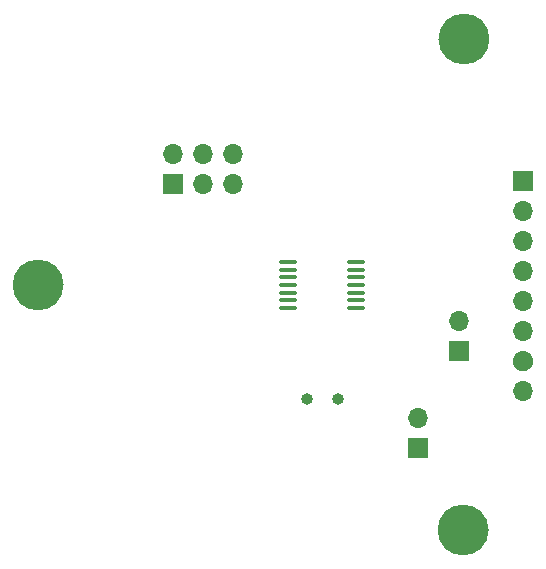
<source format=gbr>
%TF.GenerationSoftware,KiCad,Pcbnew,(6.0.7-1)-1*%
%TF.CreationDate,2023-01-22T12:43:28-05:00*%
%TF.ProjectId,atmega328,61746d65-6761-4333-9238-2e6b69636164,rev?*%
%TF.SameCoordinates,Original*%
%TF.FileFunction,Soldermask,Bot*%
%TF.FilePolarity,Negative*%
%FSLAX46Y46*%
G04 Gerber Fmt 4.6, Leading zero omitted, Abs format (unit mm)*
G04 Created by KiCad (PCBNEW (6.0.7-1)-1) date 2023-01-22 12:43:28*
%MOMM*%
%LPD*%
G01*
G04 APERTURE LIST*
G04 Aperture macros list*
%AMRoundRect*
0 Rectangle with rounded corners*
0 $1 Rounding radius*
0 $2 $3 $4 $5 $6 $7 $8 $9 X,Y pos of 4 corners*
0 Add a 4 corners polygon primitive as box body*
4,1,4,$2,$3,$4,$5,$6,$7,$8,$9,$2,$3,0*
0 Add four circle primitives for the rounded corners*
1,1,$1+$1,$2,$3*
1,1,$1+$1,$4,$5*
1,1,$1+$1,$6,$7*
1,1,$1+$1,$8,$9*
0 Add four rect primitives between the rounded corners*
20,1,$1+$1,$2,$3,$4,$5,0*
20,1,$1+$1,$4,$5,$6,$7,0*
20,1,$1+$1,$6,$7,$8,$9,0*
20,1,$1+$1,$8,$9,$2,$3,0*%
G04 Aperture macros list end*
%ADD10C,0.000000*%
%ADD11C,2.150000*%
%ADD12R,1.700000X1.700000*%
%ADD13O,1.700000X1.700000*%
%ADD14O,1.000000X1.000000*%
%ADD15C,4.300000*%
%ADD16RoundRect,0.100000X0.637500X0.100000X-0.637500X0.100000X-0.637500X-0.100000X0.637500X-0.100000X0*%
G04 APERTURE END LIST*
D10*
G36*
X162722860Y-96613570D02*
G01*
X161022860Y-96613570D01*
X161022860Y-94913570D01*
X162722860Y-94913570D01*
X162722860Y-96613570D01*
G37*
D11*
X157915000Y-125320000D02*
G75*
G03*
X157915000Y-125320000I-1075000J0D01*
G01*
D10*
G36*
X161956170Y-110157660D02*
G01*
X162038690Y-110169900D01*
X162119600Y-110190170D01*
X162198140Y-110218270D01*
X162273550Y-110253940D01*
X162345090Y-110296820D01*
X162412090Y-110346510D01*
X162473900Y-110402530D01*
X162529920Y-110464340D01*
X162579610Y-110531340D01*
X162622490Y-110602880D01*
X162658160Y-110678290D01*
X162686260Y-110756830D01*
X162706530Y-110837740D01*
X162718770Y-110920260D01*
X162722860Y-111003570D01*
X162718770Y-111086880D01*
X162706530Y-111169400D01*
X162686260Y-111250310D01*
X162658160Y-111328850D01*
X162622490Y-111404260D01*
X162579610Y-111475800D01*
X162529920Y-111542800D01*
X162473900Y-111604610D01*
X162412090Y-111660630D01*
X162345090Y-111710320D01*
X162273550Y-111753200D01*
X162198140Y-111788870D01*
X162119600Y-111816970D01*
X162038690Y-111837240D01*
X161956170Y-111849480D01*
X161872860Y-111853570D01*
X161789550Y-111849480D01*
X161707030Y-111837240D01*
X161626120Y-111816970D01*
X161547580Y-111788870D01*
X161472170Y-111753200D01*
X161400630Y-111710320D01*
X161333630Y-111660630D01*
X161271820Y-111604610D01*
X161215800Y-111542800D01*
X161166110Y-111475800D01*
X161123230Y-111404260D01*
X161087560Y-111328850D01*
X161059460Y-111250310D01*
X161039190Y-111169400D01*
X161026950Y-111086880D01*
X161022860Y-111003570D01*
X161026950Y-110920260D01*
X161039190Y-110837740D01*
X161059460Y-110756830D01*
X161087560Y-110678290D01*
X161123230Y-110602880D01*
X161166110Y-110531340D01*
X161215800Y-110464340D01*
X161271820Y-110402530D01*
X161333630Y-110346510D01*
X161400630Y-110296820D01*
X161472170Y-110253940D01*
X161547580Y-110218270D01*
X161626120Y-110190170D01*
X161707030Y-110169900D01*
X161789550Y-110157660D01*
X161872860Y-110153570D01*
X161956170Y-110157660D01*
G37*
D11*
X121925000Y-104560000D02*
G75*
G03*
X121925000Y-104560000I-1075000J0D01*
G01*
X157925000Y-83750000D02*
G75*
G03*
X157925000Y-83750000I-1075000J0D01*
G01*
D12*
%TO.C,J3*%
X153000000Y-118350000D03*
D13*
X153000000Y-115810000D03*
%TD*%
D12*
%TO.C,J1*%
X156500000Y-110125000D03*
D13*
X156500000Y-107585000D03*
%TD*%
D14*
%TO.C,REF\u002A\u002A*%
X146225000Y-114225000D03*
%TD*%
D12*
%TO.C,J5*%
X161867860Y-95778570D03*
D13*
X161867860Y-98318570D03*
X161867860Y-100858570D03*
X161867860Y-103398570D03*
X161867860Y-105938570D03*
X161867860Y-108478570D03*
X161867860Y-111018570D03*
X161867860Y-113558570D03*
%TD*%
D15*
%TO.C,REF\u002A\u002A*%
X156840000Y-125275000D03*
%TD*%
%TO.C,REF\u002A\u002A*%
X156850000Y-83750000D03*
%TD*%
%TO.C,REF\u002A\u002A*%
X120850000Y-104560000D03*
%TD*%
D14*
%TO.C,REF\u002A\u002A*%
X143625000Y-114225000D03*
%TD*%
D12*
%TO.C,PRG1*%
X132260000Y-96050000D03*
D13*
X132260000Y-93510000D03*
X134800000Y-96050000D03*
X134800000Y-93510000D03*
X137340000Y-96050000D03*
X137340000Y-93510000D03*
%TD*%
D16*
%TO.C,U1*%
X147725000Y-102625000D03*
X147725000Y-103275000D03*
X147725000Y-103925000D03*
X147725000Y-104575000D03*
X147725000Y-105225000D03*
X147725000Y-105875000D03*
X147725000Y-106525000D03*
X142000000Y-106525000D03*
X142000000Y-105875000D03*
X142000000Y-105225000D03*
X142000000Y-104575000D03*
X142000000Y-103925000D03*
X142000000Y-103275000D03*
X142000000Y-102625000D03*
%TD*%
M02*

</source>
